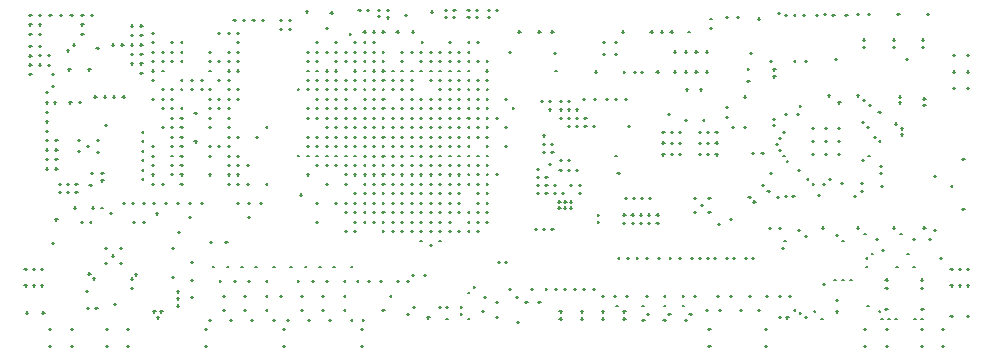
<source format=gbr>
G04 Layer_Color=128*
%FSLAX24Y24*%
%MOIN*%
%TF.FileFunction,Drillmap*%
%TF.Part,Single*%
G01*
G75*
%TA.AperFunction,NonConductor*%
%ADD90C,0.0050*%
D90*
X25561Y2047D02*
X25621D01*
X25591Y2017D02*
Y2077D01*
X25876Y2047D02*
X25936D01*
X25906Y2017D02*
Y2077D01*
X25127Y2047D02*
X25187D01*
X25157Y2017D02*
Y2077D01*
X22883Y3307D02*
X22943D01*
X22913Y3277D02*
Y3337D01*
X22608Y3307D02*
X22668D01*
X22638Y3277D02*
Y3337D01*
X22214Y3307D02*
X22274D01*
X22244Y3277D02*
Y3337D01*
X21899Y3307D02*
X21959D01*
X21929Y3277D02*
Y3337D01*
X21505Y3307D02*
X21565D01*
X21535Y3277D02*
Y3337D01*
X21112Y3307D02*
X21172D01*
X21142Y3277D02*
Y3337D01*
X20797Y3307D02*
X20857D01*
X20827Y3277D02*
Y3337D01*
X20482Y3307D02*
X20542D01*
X20512Y3277D02*
Y3337D01*
X20167Y3307D02*
X20227D01*
X20197Y3277D02*
Y3337D01*
X20994Y1732D02*
X21054D01*
X21024Y1702D02*
Y1762D01*
X17293Y2283D02*
X17353D01*
X17323Y2253D02*
Y2313D01*
X17765Y2283D02*
X17825D01*
X17795Y2253D02*
Y2313D01*
X18080Y2283D02*
X18140D01*
X18110Y2253D02*
Y2313D01*
X18395Y2283D02*
X18455D01*
X18425Y2253D02*
Y2313D01*
X18710Y2283D02*
X18770D01*
X18740Y2253D02*
Y2313D01*
X19025Y2283D02*
X19085D01*
X19055Y2253D02*
Y2313D01*
X19340Y2283D02*
X19400D01*
X19370Y2253D02*
Y2313D01*
X20049Y2047D02*
X20109D01*
X20079Y2017D02*
Y2077D01*
X20127Y1732D02*
X20187D01*
X20157Y1702D02*
Y1762D01*
X20442Y2047D02*
X20502D01*
X20472Y2017D02*
Y2077D01*
X20984Y1260D02*
X21064D01*
X21024Y1220D02*
Y1300D01*
X21112Y2047D02*
X21172D01*
X21142Y2017D02*
Y2077D01*
X21702Y1732D02*
X21762D01*
X21732Y1702D02*
Y1762D01*
X22332Y2047D02*
X22392D01*
X22362Y2017D02*
Y2077D01*
X22332Y1732D02*
X22392D01*
X22362Y1702D02*
Y1762D01*
X21702Y2047D02*
X21762D01*
X21732Y2017D02*
Y2077D01*
X22726Y2047D02*
X22786D01*
X22756Y2017D02*
Y2077D01*
X23474Y2047D02*
X23534D01*
X23504Y2017D02*
Y2077D01*
X23553Y1575D02*
X23613D01*
X23583Y1545D02*
Y1605D01*
X23120Y1575D02*
X23180D01*
X23150Y1545D02*
Y1605D01*
X24261Y1575D02*
X24321D01*
X24291Y1545D02*
Y1605D01*
X24537Y2047D02*
X24597D01*
X24567Y2017D02*
Y2077D01*
X23907Y2047D02*
X23967D01*
X23937Y2017D02*
Y2077D01*
X24852Y1575D02*
X24912D01*
X24882Y1545D02*
Y1605D01*
X16781Y2008D02*
X16841D01*
X16811Y1978D02*
Y2038D01*
X16545Y2283D02*
X16605D01*
X16575Y2253D02*
Y2313D01*
X15718Y2008D02*
X15778D01*
X15748Y1978D02*
Y2038D01*
X16112Y1850D02*
X16172D01*
X16142Y1820D02*
Y1880D01*
X13159Y2559D02*
X13219D01*
X13189Y2529D02*
Y2589D01*
X13316Y2756D02*
X13376D01*
X13346Y2726D02*
Y2786D01*
X12568Y2047D02*
X12628D01*
X12598Y2017D02*
Y2077D01*
X12805Y2559D02*
X12865D01*
X12835Y2529D02*
Y2589D01*
X11466Y2559D02*
X11526D01*
X11496Y2529D02*
Y2589D01*
X11663Y1260D02*
X11723D01*
X11693Y1230D02*
Y1290D01*
X11860Y2559D02*
X11920D01*
X11890Y2529D02*
Y2589D01*
X12253Y2559D02*
X12313D01*
X12283Y2529D02*
Y2589D01*
X11269Y3031D02*
X11329D01*
X11299Y3002D02*
Y3061D01*
X11033Y2047D02*
X11093D01*
X11063Y2017D02*
Y2077D01*
X11033Y2559D02*
X11093D01*
X11063Y2529D02*
Y2589D01*
X10324Y2047D02*
X10384D01*
X10354Y2017D02*
Y2077D01*
X9616Y2047D02*
X9676D01*
X9646Y2017D02*
Y2077D01*
X8907Y2047D02*
X8967D01*
X8937Y2017D02*
Y2077D01*
X8671Y3031D02*
X8731D01*
X8701Y3002D02*
Y3061D01*
X8435Y2559D02*
X8495D01*
X8465Y2529D02*
Y2589D01*
X8435Y2047D02*
X8495D01*
X8465Y2017D02*
Y2077D01*
X7726Y2047D02*
X7786D01*
X7756Y2017D02*
Y2077D01*
X7017Y2047D02*
X7077D01*
X7047Y2017D02*
Y2077D01*
X10442Y2559D02*
X10502D01*
X10472Y2529D02*
Y2589D01*
X9970Y2559D02*
X10030D01*
X10000Y2529D02*
Y2589D01*
X9498Y2559D02*
X9558D01*
X9528Y2529D02*
Y2589D01*
X7844Y2559D02*
X7904D01*
X7874Y2529D02*
Y2589D01*
X7372Y2559D02*
X7432D01*
X7402Y2529D02*
Y2589D01*
X6899Y2559D02*
X6959D01*
X6929Y2529D02*
Y2589D01*
X17952Y10866D02*
X18032D01*
X17992Y10826D02*
Y10906D01*
X30718Y6063D02*
X30778D01*
X30748Y6033D02*
Y6093D01*
X30561Y3937D02*
X30621D01*
X30591Y3907D02*
Y3967D01*
X30915Y3307D02*
X30975D01*
X30945Y3277D02*
Y3337D01*
X23110Y10197D02*
X23190D01*
X23150Y10157D02*
Y10237D01*
X22755Y10197D02*
X22835D01*
X22795Y10157D02*
Y10237D01*
X22401Y10197D02*
X22481D01*
X22441Y10157D02*
Y10237D01*
X22047Y10197D02*
X22127D01*
X22087Y10157D02*
Y10237D01*
X23110Y9528D02*
X23190D01*
X23150Y9488D02*
Y9568D01*
X22755Y9528D02*
X22835D01*
X22795Y9488D02*
Y9568D01*
X22401Y9528D02*
X22481D01*
X22441Y9488D02*
Y9568D01*
X22047Y9528D02*
X22127D01*
X22087Y9488D02*
Y9568D01*
X22913Y8937D02*
X22993D01*
X22953Y8897D02*
Y8977D01*
X22440Y8937D02*
X22520D01*
X22480Y8897D02*
Y8977D01*
X21259Y10866D02*
X21339D01*
X21299Y10826D02*
Y10906D01*
X21614Y10866D02*
X21694D01*
X21654Y10826D02*
Y10906D01*
X22529Y10866D02*
X22589D01*
X22559Y10836D02*
Y10896D01*
X21929Y10866D02*
X22009D01*
X21969Y10826D02*
Y10906D01*
X23001Y7913D02*
X23061D01*
X23031Y7883D02*
Y7943D01*
X21840Y8110D02*
X21900D01*
X21870Y8080D02*
Y8140D01*
X22411Y7913D02*
X22471D01*
X22441Y7883D02*
Y7943D01*
X12017Y10512D02*
X12077D01*
X12047Y10482D02*
Y10542D01*
X11702Y10512D02*
X11762D01*
X11732Y10482D02*
Y10542D01*
X24369Y8701D02*
X24449D01*
X24409Y8661D02*
Y8741D01*
X24369Y7677D02*
X24449D01*
X24409Y7637D02*
Y7717D01*
X23976Y7677D02*
X24056D01*
X24016Y7637D02*
Y7717D01*
X11702Y9882D02*
X11762D01*
X11732Y9852D02*
Y9912D01*
X11387Y9252D02*
X11447D01*
X11417Y9222D02*
Y9282D01*
X23238Y11299D02*
X23298D01*
X23268Y11269D02*
Y11329D01*
X23238Y10984D02*
X23298D01*
X23268Y10954D02*
Y11014D01*
X12332Y10197D02*
X12392D01*
X12362Y10167D02*
Y10227D01*
X11387Y10512D02*
X11447D01*
X11417Y10482D02*
Y10542D01*
X23789Y8031D02*
X23849D01*
X23819Y8001D02*
Y8062D01*
X23789Y8346D02*
X23849D01*
X23819Y8316D02*
Y8376D01*
X23789Y11339D02*
X23849D01*
X23819Y11309D02*
Y11369D01*
X24143Y11339D02*
X24203D01*
X24173Y11309D02*
Y11369D01*
X20314Y10866D02*
X20394D01*
X20354Y10826D02*
Y10906D01*
X29763Y9961D02*
X29843D01*
X29803Y9921D02*
Y10001D01*
X27401Y9961D02*
X27481D01*
X27441Y9921D02*
Y10001D01*
X26033Y9882D02*
X26093D01*
X26063Y9852D02*
Y9912D01*
X26427Y9882D02*
X26487D01*
X26457Y9852D02*
Y9912D01*
X27165Y8740D02*
X27245D01*
X27205Y8700D02*
Y8780D01*
X26427Y4055D02*
X26487D01*
X26457Y4025D02*
Y4085D01*
X26190Y4252D02*
X26250D01*
X26220Y4222D02*
Y4282D01*
X30354Y4331D02*
X30434D01*
X30394Y4291D02*
Y4371D01*
X29330Y4331D02*
X29410D01*
X29370Y4291D02*
Y4371D01*
X28149Y4331D02*
X28229D01*
X28189Y4291D02*
Y4371D01*
X26968Y4331D02*
X27048D01*
X27008Y4291D02*
Y4371D01*
X30708Y4252D02*
X30788D01*
X30748Y4212D02*
Y4292D01*
X27647Y3898D02*
X27707D01*
X27677Y3868D02*
Y3928D01*
X27450Y4094D02*
X27510D01*
X27480Y4064D02*
Y4124D01*
X29576Y4134D02*
X29636D01*
X29606Y4104D02*
Y4164D01*
X28789Y3937D02*
X28849D01*
X28819Y3907D02*
Y3967D01*
X28395Y4134D02*
X28455D01*
X28425Y4104D02*
Y4164D01*
X30009Y3937D02*
X30069D01*
X30039Y3907D02*
Y3967D01*
X26830Y5413D02*
X26910D01*
X26870Y5373D02*
Y5453D01*
X28031Y5394D02*
X28111D01*
X28071Y5354D02*
Y5434D01*
X25747Y5394D02*
X25827D01*
X25787Y5354D02*
Y5434D01*
X25984Y5394D02*
X26064D01*
X26024Y5354D02*
Y5434D01*
X25561Y4331D02*
X25621D01*
X25591Y4301D02*
Y4361D01*
X15167Y2165D02*
X15227D01*
X15197Y2135D02*
Y2195D01*
X11387Y4213D02*
X11447D01*
X11417Y4183D02*
Y4243D01*
X19645Y1535D02*
X19725D01*
X19685Y1495D02*
Y1575D01*
X20354Y1299D02*
X20434D01*
X20394Y1259D02*
Y1339D01*
X19645Y1299D02*
X19725D01*
X19685Y1259D02*
Y1339D01*
X18936Y1299D02*
X19016D01*
X18976Y1259D02*
Y1339D01*
X18228Y1299D02*
X18308D01*
X18268Y1259D02*
Y1339D01*
X16810Y1181D02*
X16890D01*
X16850Y1141D02*
Y1221D01*
X11523Y11575D02*
X11603D01*
X11563Y11535D02*
Y11615D01*
X24842Y11299D02*
X24922D01*
X24882Y11259D02*
Y11339D01*
X30989Y394D02*
X31059D01*
X31024Y359D02*
Y429D01*
X30280Y394D02*
X30350D01*
X30315Y359D02*
Y429D01*
X29099Y394D02*
X29169D01*
X29134Y359D02*
Y429D01*
X28390Y394D02*
X28460D01*
X28425Y359D02*
Y429D01*
X25083Y394D02*
X25153D01*
X25118Y359D02*
Y429D01*
X23193Y394D02*
X23263D01*
X23228Y359D02*
Y429D01*
X1225Y394D02*
X1295D01*
X1260Y359D02*
Y429D01*
X1934Y394D02*
X2004D01*
X1969Y359D02*
Y429D01*
X3115Y394D02*
X3185D01*
X3150Y359D02*
Y429D01*
X3823Y394D02*
X3893D01*
X3858Y359D02*
Y429D01*
X6422Y394D02*
X6492D01*
X6457Y359D02*
Y429D01*
X9020Y394D02*
X9090D01*
X9055Y359D02*
Y429D01*
X11619Y394D02*
X11689D01*
X11654Y359D02*
Y429D01*
X16107Y11575D02*
X16177D01*
X16142Y11540D02*
Y11610D01*
X15162Y11575D02*
X15232D01*
X15197Y11540D02*
Y11610D01*
X15437Y11575D02*
X15507D01*
X15472Y11540D02*
Y11610D01*
X15437Y11339D02*
X15507D01*
X15472Y11304D02*
Y11374D01*
X15162Y11339D02*
X15232D01*
X15197Y11304D02*
Y11374D01*
X14409Y11575D02*
X14489D01*
X14449Y11535D02*
Y11615D01*
X14684Y11575D02*
X14764D01*
X14724Y11535D02*
Y11615D01*
X14689Y11339D02*
X14759D01*
X14724Y11304D02*
Y11374D01*
X14414Y11339D02*
X14484D01*
X14449Y11304D02*
Y11374D01*
X11810Y11575D02*
X11890D01*
X11850Y11535D02*
Y11615D01*
X12480Y11575D02*
X12560D01*
X12520Y11535D02*
Y11615D01*
X12480Y11339D02*
X12560D01*
X12520Y11299D02*
Y11379D01*
X15831Y11575D02*
X15901D01*
X15866Y11540D02*
Y11610D01*
X15831Y11339D02*
X15901D01*
X15866Y11304D02*
Y11374D01*
X9808Y6102D02*
X9878D01*
X9843Y6067D02*
Y6137D01*
X25162Y5551D02*
X25232D01*
X25197Y5516D02*
Y5586D01*
X24965Y5748D02*
X25035D01*
X25000Y5713D02*
Y5783D01*
X28154Y11457D02*
X28224D01*
X28189Y11422D02*
Y11492D01*
X27052Y11457D02*
X27122D01*
X27087Y11422D02*
Y11492D01*
X25516Y11496D02*
X25586D01*
X25551Y11461D02*
Y11531D01*
X5871Y5157D02*
X5941D01*
X5906Y5122D02*
Y5192D01*
X5477Y5157D02*
X5547D01*
X5512Y5122D02*
Y5192D01*
X5083Y5157D02*
X5153D01*
X5118Y5122D02*
Y5192D01*
X4689Y5157D02*
X4759D01*
X4724Y5122D02*
Y5192D01*
X8233Y5157D02*
X8303D01*
X8268Y5122D02*
Y5192D01*
X7839Y5157D02*
X7909D01*
X7874Y5122D02*
Y5192D01*
X7485Y5157D02*
X7555D01*
X7520Y5122D02*
Y5192D01*
X26658Y7638D02*
X26728D01*
X26693Y7603D02*
Y7673D01*
X26658Y7205D02*
X26728D01*
X26693Y7170D02*
Y7240D01*
X26658Y6772D02*
X26728D01*
X26693Y6737D02*
Y6807D01*
X27091Y6772D02*
X27161D01*
X27126Y6737D02*
Y6807D01*
X27091Y7638D02*
X27161D01*
X27126Y7603D02*
Y7673D01*
X27524Y7638D02*
X27594D01*
X27559Y7603D02*
Y7673D01*
X27524Y7205D02*
X27594D01*
X27559Y7170D02*
Y7240D01*
X27524Y6772D02*
X27594D01*
X27559Y6737D02*
Y6807D01*
X27091Y7205D02*
X27161D01*
X27126Y7170D02*
Y7240D01*
X22957Y5079D02*
X23027D01*
X22992Y5044D02*
Y5114D01*
X22721Y5315D02*
X22791D01*
X22756Y5280D02*
Y5350D01*
X22721Y4843D02*
X22791D01*
X22756Y4808D02*
Y4878D01*
X23193Y4843D02*
X23263D01*
X23228Y4808D02*
Y4878D01*
X23193Y5315D02*
X23263D01*
X23228Y5280D02*
Y5350D01*
X2170Y6890D02*
X2240D01*
X2205Y6855D02*
Y6925D01*
X2170Y7244D02*
X2240D01*
X2205Y7209D02*
Y7279D01*
X2800Y6850D02*
X2870D01*
X2835Y6815D02*
Y6885D01*
X2800Y7244D02*
X2870D01*
X2835Y7209D02*
Y7279D01*
X2485Y7047D02*
X2555D01*
X2520Y7012D02*
Y7082D01*
X5949Y2008D02*
X6019D01*
X5984Y1973D02*
Y2043D01*
X5949Y2598D02*
X6019D01*
X5984Y2563D02*
Y2633D01*
X5949Y3189D02*
X6019D01*
X5984Y3154D02*
Y3224D01*
X5949Y9252D02*
X6019D01*
X5984Y9217D02*
Y9287D01*
X6264Y9252D02*
X6334D01*
X6299Y9217D02*
Y9287D01*
X24498Y9606D02*
X24558D01*
X24528Y9576D02*
Y9636D01*
X23513Y4449D02*
X23573D01*
X23543Y4419D02*
Y4479D01*
X29330Y10600D02*
X29410D01*
X29370Y10560D02*
Y10640D01*
X29547Y8701D02*
X29627D01*
X29587Y8661D02*
Y8741D01*
X29606Y7441D02*
X29686D01*
X29646Y7401D02*
Y7481D01*
X30354Y8628D02*
X30434D01*
X30394Y8588D02*
Y8668D01*
X16190Y3189D02*
X16250D01*
X16220Y3159D02*
Y3219D01*
X16427Y3189D02*
X16487D01*
X16457Y3159D02*
Y3219D01*
X14931Y1457D02*
X14991D01*
X14961Y1427D02*
Y1487D01*
X27923Y2598D02*
X27983D01*
X27953Y2568D02*
Y2628D01*
X27372Y2598D02*
X27432D01*
X27402Y2568D02*
Y2628D01*
X27647Y2598D02*
X27707D01*
X27677Y2568D02*
Y2628D01*
X17677Y4291D02*
X17757D01*
X17717Y4251D02*
Y4331D01*
X17401Y4291D02*
X17481D01*
X17441Y4251D02*
Y4331D01*
X23789Y3307D02*
X23849D01*
X23819Y3277D02*
Y3337D01*
X23395Y3307D02*
X23455D01*
X23425Y3277D02*
Y3337D01*
X23159Y3307D02*
X23219D01*
X23189Y3277D02*
Y3337D01*
X24419Y3307D02*
X24479D01*
X24449Y3277D02*
Y3337D01*
X24025Y3307D02*
X24085D01*
X24055Y3277D02*
Y3337D01*
X24655Y3307D02*
X24715D01*
X24685Y3277D02*
Y3337D01*
X21185Y4488D02*
X21255D01*
X21220Y4453D02*
Y4523D01*
X20910Y4488D02*
X20980D01*
X20945Y4453D02*
Y4523D01*
X20634Y4488D02*
X20704D01*
X20669Y4453D02*
Y4523D01*
X20359Y4488D02*
X20429D01*
X20394Y4453D02*
Y4523D01*
X9813Y9882D02*
X9873D01*
X9843Y9852D02*
Y9912D01*
X2558Y5748D02*
X2638D01*
X2598Y5708D02*
Y5788D01*
X2086Y5512D02*
X2166D01*
X2126Y5472D02*
Y5552D01*
X2086Y5787D02*
X2166D01*
X2126Y5747D02*
Y5827D01*
X1535Y5787D02*
X1615D01*
X1575Y5747D02*
Y5827D01*
X1535Y5512D02*
X1615D01*
X1575Y5472D02*
Y5552D01*
X1810Y5512D02*
X1890D01*
X1850Y5472D02*
Y5552D01*
X31338Y9528D02*
X31418D01*
X31378Y9488D02*
Y9568D01*
X31338Y8976D02*
X31418D01*
X31378Y8936D02*
Y9016D01*
X31338Y10079D02*
X31418D01*
X31378Y10039D02*
Y10119D01*
X31810Y9528D02*
X31890D01*
X31850Y9488D02*
Y9568D01*
X31810Y8976D02*
X31890D01*
X31850Y8936D02*
Y9016D01*
X31810Y10079D02*
X31890D01*
X31850Y10039D02*
Y10119D01*
X31810Y2953D02*
X31890D01*
X31850Y2913D02*
Y2993D01*
X31810Y1378D02*
X31890D01*
X31850Y1338D02*
Y1418D01*
X31810Y2402D02*
X31890D01*
X31850Y2362D02*
Y2442D01*
X31535Y2402D02*
X31615D01*
X31575Y2362D02*
Y2442D01*
X31259Y2953D02*
X31339D01*
X31299Y2913D02*
Y2993D01*
X31535Y2953D02*
X31615D01*
X31575Y2913D02*
Y2993D01*
X31259Y1378D02*
X31339D01*
X31299Y1338D02*
Y1418D01*
X31259Y2402D02*
X31339D01*
X31299Y2362D02*
Y2442D01*
X393Y2402D02*
X473D01*
X433Y2362D02*
Y2442D01*
X393Y2953D02*
X473D01*
X433Y2913D02*
Y2993D01*
X434Y1500D02*
X514D01*
X474Y1460D02*
Y1540D01*
X944Y2953D02*
X1024D01*
X984Y2913D02*
Y2993D01*
X669Y2402D02*
X749D01*
X709Y2362D02*
Y2442D01*
X944Y2402D02*
X1024D01*
X984Y2362D02*
Y2442D01*
X669Y2953D02*
X749D01*
X709Y2913D02*
Y2993D01*
X986Y1500D02*
X1066D01*
X1026Y1460D02*
Y1540D01*
X11697Y6102D02*
X11767D01*
X11732Y6067D02*
Y6137D01*
X11702Y5787D02*
X11762D01*
X11732Y5757D02*
Y5817D01*
X11382Y6102D02*
X11452D01*
X11417Y6067D02*
Y6137D01*
X11067Y8628D02*
X11137D01*
X11102Y8593D02*
Y8663D01*
X20157Y6142D02*
X20237D01*
X20197Y6102D02*
Y6182D01*
X18779Y6260D02*
X18859D01*
X18819Y6220D02*
Y6300D01*
X18503Y6260D02*
X18583D01*
X18543Y6220D02*
Y6300D01*
X18228Y6260D02*
X18308D01*
X18268Y6220D02*
Y6300D01*
X18508Y6575D02*
X18578D01*
X18543Y6540D02*
Y6610D01*
X17682Y7402D02*
X17752D01*
X17717Y7367D02*
Y7437D01*
X17957Y7126D02*
X18027D01*
X17992Y7091D02*
Y7161D01*
X17682Y7126D02*
X17752D01*
X17717Y7091D02*
Y7161D01*
X17677Y6850D02*
X17757D01*
X17717Y6810D02*
Y6890D01*
X17952Y6850D02*
X18032D01*
X17992Y6810D02*
Y6890D01*
X18233Y6575D02*
X18303D01*
X18268Y6540D02*
Y6610D01*
X17873Y8268D02*
X17953D01*
X17913Y8228D02*
Y8308D01*
X17873Y8543D02*
X17953D01*
X17913Y8503D02*
Y8583D01*
X17603Y8543D02*
X17673D01*
X17638Y8508D02*
Y8578D01*
X17878Y6457D02*
X17948D01*
X17913Y6422D02*
Y6492D01*
X18587Y5000D02*
X18657D01*
X18622Y4965D02*
Y5035D01*
X18390Y5000D02*
X18460D01*
X18425Y4965D02*
Y5035D01*
X18193Y5000D02*
X18263D01*
X18228Y4965D02*
Y5035D01*
X18582Y5197D02*
X18662D01*
X18622Y5157D02*
Y5237D01*
X18385Y5197D02*
X18465D01*
X18425Y5157D02*
Y5237D01*
X18188Y5197D02*
X18268D01*
X18228Y5157D02*
Y5237D01*
X18863Y5472D02*
X18933D01*
X18898Y5437D02*
Y5507D01*
X18863Y5748D02*
X18933D01*
X18898Y5713D02*
Y5783D01*
X18587Y5748D02*
X18657D01*
X18622Y5713D02*
Y5783D01*
X19498Y4764D02*
X19558D01*
X19528Y4734D02*
Y4794D01*
X19498Y4528D02*
X19558D01*
X19528Y4498D02*
Y4558D01*
X18311Y5472D02*
X18381D01*
X18346Y5437D02*
Y5507D01*
X18036Y5748D02*
X18106D01*
X18071Y5713D02*
Y5783D01*
X18036Y5472D02*
X18106D01*
X18071Y5437D02*
Y5507D01*
X17760Y5472D02*
X17830D01*
X17795Y5437D02*
Y5507D01*
X17760Y5748D02*
X17830D01*
X17795Y5713D02*
Y5783D01*
X17760Y6024D02*
X17830D01*
X17795Y5989D02*
Y6059D01*
X17485Y5472D02*
X17555D01*
X17520Y5437D02*
Y5507D01*
X17485Y5748D02*
X17555D01*
X17520Y5713D02*
Y5783D01*
X17485Y6024D02*
X17555D01*
X17520Y5989D02*
Y6059D01*
X17485Y6299D02*
X17555D01*
X17520Y6264D02*
Y6334D01*
X23425Y7165D02*
X23505D01*
X23465Y7125D02*
Y7205D01*
X23425Y6772D02*
X23505D01*
X23465Y6732D02*
Y6812D01*
X23154Y6772D02*
X23224D01*
X23189Y6737D02*
Y6807D01*
X22878Y6772D02*
X22948D01*
X22913Y6737D02*
Y6807D01*
X22878Y7520D02*
X22948D01*
X22913Y7485D02*
Y7555D01*
X23154Y7520D02*
X23224D01*
X23189Y7485D02*
Y7555D01*
X23425Y7520D02*
X23505D01*
X23465Y7480D02*
Y7560D01*
X23154Y7165D02*
X23224D01*
X23189Y7130D02*
Y7200D01*
X22878Y7165D02*
X22948D01*
X22913Y7130D02*
Y7200D01*
X22209Y7520D02*
X22279D01*
X22244Y7485D02*
Y7555D01*
X21934Y7520D02*
X22004D01*
X21969Y7485D02*
Y7555D01*
X21653Y7520D02*
X21733D01*
X21693Y7480D02*
Y7560D01*
X21653Y7165D02*
X21733D01*
X21693Y7125D02*
Y7205D01*
X21934Y6772D02*
X22004D01*
X21969Y6737D02*
Y6807D01*
X21653Y6772D02*
X21733D01*
X21693Y6732D02*
Y6812D01*
X22209Y7165D02*
X22279D01*
X22244Y7130D02*
Y7200D01*
X21934Y7165D02*
X22004D01*
X21969Y7130D02*
Y7200D01*
X22209Y6772D02*
X22279D01*
X22244Y6737D02*
Y6807D01*
X11072Y9252D02*
X11132D01*
X11102Y9222D02*
Y9282D01*
X24566Y10157D02*
X24646D01*
X24606Y10117D02*
Y10197D01*
X16850Y10866D02*
X16930D01*
X16890Y10826D02*
Y10906D01*
X26033Y11417D02*
X26093D01*
X26063Y11387D02*
Y11447D01*
X1417Y7244D02*
X1497D01*
X1457Y7204D02*
Y7284D01*
X1417Y6929D02*
X1497D01*
X1457Y6889D02*
Y6969D01*
X1417Y6614D02*
X1497D01*
X1457Y6574D02*
Y6654D01*
X1417Y6299D02*
X1497D01*
X1457Y6259D02*
Y6339D01*
X1102Y6299D02*
X1182D01*
X1142Y6259D02*
Y6339D01*
X1102Y6614D02*
X1182D01*
X1142Y6574D02*
Y6654D01*
X1102Y6929D02*
X1182D01*
X1142Y6889D02*
Y6969D01*
X1102Y7244D02*
X1182D01*
X1142Y7204D02*
Y7284D01*
X1102Y7559D02*
X1182D01*
X1142Y7519D02*
Y7599D01*
X1102Y7874D02*
X1182D01*
X1142Y7834D02*
Y7914D01*
X1102Y8189D02*
X1182D01*
X1142Y8149D02*
Y8229D01*
X1102Y8504D02*
X1182D01*
X1142Y8464D02*
Y8544D01*
X3346Y8701D02*
X3426D01*
X3386Y8661D02*
Y8741D01*
X3031Y8701D02*
X3111D01*
X3071Y8661D02*
Y8741D01*
X1377Y8504D02*
X1457D01*
X1417Y8464D02*
Y8544D01*
X2445Y2205D02*
X2515D01*
X2480Y2170D02*
Y2240D01*
X1185Y9764D02*
X1255D01*
X1220Y9729D02*
Y9799D01*
X1185Y10079D02*
X1255D01*
X1220Y10044D02*
Y10114D01*
X551Y10787D02*
X631D01*
X591Y10747D02*
Y10827D01*
X551Y11102D02*
X631D01*
X591Y11062D02*
Y11142D01*
X551Y11417D02*
X631D01*
X591Y11377D02*
Y11457D01*
X551Y9449D02*
X631D01*
X591Y9409D02*
Y9489D01*
X551Y9764D02*
X631D01*
X591Y9724D02*
Y9804D01*
X551Y10065D02*
X631D01*
X591Y10025D02*
Y10105D01*
X551Y10394D02*
X631D01*
X591Y10354D02*
Y10434D01*
X2007Y10433D02*
X2087D01*
X2047Y10393D02*
Y10473D01*
X1815Y10236D02*
X1885D01*
X1850Y10201D02*
Y10271D01*
X1220Y11417D02*
X1300D01*
X1260Y11377D02*
Y11457D01*
X1574Y11417D02*
X1654D01*
X1614Y11377D02*
Y11457D01*
X1928Y11417D02*
X2008D01*
X1969Y11377D02*
Y11457D01*
X2598Y11417D02*
X2678D01*
X2638Y11377D02*
Y11457D01*
X2283Y11417D02*
X2363D01*
X2323Y11377D02*
Y11457D01*
X2283Y11102D02*
X2363D01*
X2323Y11062D02*
Y11142D01*
X2283Y10787D02*
X2363D01*
X2323Y10747D02*
Y10827D01*
X866Y11417D02*
X946D01*
X906Y11377D02*
Y11457D01*
X866Y11102D02*
X946D01*
X906Y11062D02*
Y11142D01*
X866Y10787D02*
X946D01*
X906Y10747D02*
Y10827D01*
X4251Y9488D02*
X4331D01*
X4291Y9448D02*
Y9528D01*
X3936Y11063D02*
X4016D01*
X3976Y11023D02*
Y11103D01*
X8902Y10945D02*
X8972D01*
X8937Y10910D02*
Y10980D01*
X9217Y10945D02*
X9287D01*
X9252Y10910D02*
Y10980D01*
X9212Y11260D02*
X9292D01*
X9252Y11220D02*
Y11300D01*
X12170Y11378D02*
X12240D01*
X12205Y11343D02*
Y11413D01*
X21225Y5315D02*
X21295D01*
X21260Y5280D02*
Y5350D01*
X20398Y5315D02*
X20468D01*
X20433Y5280D02*
Y5350D01*
X20674Y5315D02*
X20744D01*
X20709Y5280D02*
Y5350D01*
X20949Y5315D02*
X21019D01*
X20984Y5280D02*
Y5350D01*
X21456Y4488D02*
X21536D01*
X21496Y4448D02*
Y4528D01*
X21456Y4764D02*
X21536D01*
X21496Y4724D02*
Y4804D01*
X21180Y4764D02*
X21260D01*
X21220Y4724D02*
Y4804D01*
X19379Y8622D02*
X19439D01*
X19409Y8592D02*
Y8652D01*
X19773Y8622D02*
X19833D01*
X19803Y8592D02*
Y8652D01*
X20088Y8622D02*
X20148D01*
X20118Y8592D02*
Y8652D01*
X20403Y8622D02*
X20463D01*
X20433Y8592D02*
Y8652D01*
X19025Y8622D02*
X19085D01*
X19055Y8592D02*
Y8652D01*
X20354Y1535D02*
X20434D01*
X20394Y1495D02*
Y1575D01*
X18936Y1535D02*
X19016D01*
X18976Y1495D02*
Y1575D01*
X18228Y1535D02*
X18308D01*
X18268Y1495D02*
Y1575D01*
X19645Y2047D02*
X19725D01*
X19685Y2007D02*
Y2087D01*
X17519Y1850D02*
X17599D01*
X17559Y1810D02*
Y1890D01*
X17086Y1850D02*
X17166D01*
X17126Y1810D02*
Y1890D01*
X25639Y3661D02*
X25699D01*
X25669Y3631D02*
Y3691D01*
X28631Y3465D02*
X28691D01*
X28661Y3435D02*
Y3495D01*
X15477Y7362D02*
X15547D01*
X15512Y7327D02*
Y7397D01*
X16427Y8622D02*
X16487D01*
X16457Y8592D02*
Y8652D01*
X15482Y8937D02*
X15542D01*
X15512Y8907D02*
Y8967D01*
X15797Y8937D02*
X15857D01*
X15827Y8907D02*
Y8967D01*
X14537Y8307D02*
X14597D01*
X14567Y8277D02*
Y8337D01*
X14852Y7992D02*
X14912D01*
X14882Y7962D02*
Y8022D01*
X14537Y7992D02*
X14597D01*
X14567Y7962D02*
Y8022D01*
X14852Y8307D02*
X14912D01*
X14882Y8277D02*
Y8337D01*
X14852Y7677D02*
X14912D01*
X14882Y7647D02*
Y7707D01*
X15167Y8307D02*
X15227D01*
X15197Y8277D02*
Y8337D01*
X15482Y8307D02*
X15542D01*
X15512Y8277D02*
Y8337D01*
X15797Y8307D02*
X15857D01*
X15827Y8277D02*
Y8337D01*
X15167Y7677D02*
X15227D01*
X15197Y7647D02*
Y7707D01*
X16427Y7677D02*
X16487D01*
X16457Y7647D02*
Y7707D01*
X16112Y7992D02*
X16172D01*
X16142Y7962D02*
Y8022D01*
X16427Y7047D02*
X16487D01*
X16457Y7017D02*
Y7077D01*
X14222Y7992D02*
X14282D01*
X14252Y7962D02*
Y8022D01*
X15797Y7677D02*
X15857D01*
X15827Y7647D02*
Y7707D01*
X15797Y7992D02*
X15857D01*
X15827Y7962D02*
Y8022D01*
X15482Y7677D02*
X15542D01*
X15512Y7647D02*
Y7707D01*
X13907Y8622D02*
X13967D01*
X13937Y8592D02*
Y8652D01*
X14537Y7677D02*
X14597D01*
X14567Y7647D02*
Y7707D01*
X15167Y7362D02*
X15227D01*
X15197Y7332D02*
Y7392D01*
X13907Y7992D02*
X13967D01*
X13937Y7962D02*
Y8022D01*
X14222Y7677D02*
X14282D01*
X14252Y7647D02*
Y7707D01*
X15797Y7047D02*
X15857D01*
X15827Y7017D02*
Y7077D01*
X14852Y7362D02*
X14912D01*
X14882Y7332D02*
Y7392D01*
X14852Y7047D02*
X14912D01*
X14882Y7017D02*
Y7077D01*
X23193Y945D02*
X23263D01*
X23228Y910D02*
Y980D01*
X25083Y945D02*
X25153D01*
X25118Y910D02*
Y980D01*
X27017Y2441D02*
X27077D01*
X27047Y2411D02*
Y2471D01*
X15797Y8622D02*
X15857D01*
X15827Y8592D02*
Y8652D01*
X14852Y8622D02*
X14912D01*
X14882Y8592D02*
Y8652D01*
X15167Y8622D02*
X15227D01*
X15197Y8592D02*
Y8652D01*
X14537Y8622D02*
X14597D01*
X14567Y8592D02*
Y8652D01*
X15167Y9252D02*
X15227D01*
X15197Y9222D02*
Y9282D01*
X15482Y9252D02*
X15542D01*
X15512Y9222D02*
Y9282D01*
X15482Y8622D02*
X15542D01*
X15512Y8592D02*
Y8652D01*
X26427Y1339D02*
X26487D01*
X26457Y1309D02*
Y1369D01*
X26702Y1535D02*
X26762D01*
X26732Y1505D02*
Y1565D01*
X26939Y1299D02*
X26999D01*
X26969Y1269D02*
Y1329D01*
X25787Y1339D02*
X25867D01*
X25827Y1299D02*
Y1379D01*
X27440Y1535D02*
X27520D01*
X27480Y1495D02*
Y1575D01*
X28435Y3031D02*
X28495D01*
X28465Y3002D02*
Y3061D01*
X28435Y3307D02*
X28495D01*
X28465Y3277D02*
Y3337D01*
X28474Y1732D02*
X28534D01*
X28504Y1702D02*
Y1762D01*
X31269Y5709D02*
X31329D01*
X31299Y5679D02*
Y5739D01*
X11702Y9567D02*
X11762D01*
X11732Y9537D02*
Y9597D01*
X12017Y8937D02*
X12077D01*
X12047Y8907D02*
Y8967D01*
X12647Y9567D02*
X12707D01*
X12677Y9537D02*
Y9597D01*
X12647Y9252D02*
X12707D01*
X12677Y9222D02*
Y9282D01*
X29813Y3465D02*
X29873D01*
X29843Y3435D02*
Y3495D01*
X29458Y3031D02*
X29518D01*
X29488Y3002D02*
Y3061D01*
X28986Y3583D02*
X29046D01*
X29016Y3553D02*
Y3613D01*
X13907Y9567D02*
X13967D01*
X13937Y9537D02*
Y9597D01*
X13907Y10197D02*
X13967D01*
X13937Y10167D02*
Y10227D01*
X14222Y10197D02*
X14282D01*
X14252Y10167D02*
Y10227D01*
X14537Y10512D02*
X14597D01*
X14567Y10482D02*
Y10542D01*
X25472Y5354D02*
X25552D01*
X25512Y5314D02*
Y5394D01*
X25747Y11417D02*
X25827D01*
X25787Y11377D02*
Y11457D01*
X26338Y11417D02*
X26418D01*
X26378Y11377D02*
Y11457D01*
X27322Y11417D02*
X27402D01*
X27362Y11377D02*
Y11457D01*
X30314Y10600D02*
X30394D01*
X30354Y10560D02*
Y10640D01*
X30009Y3031D02*
X30069D01*
X30039Y3002D02*
Y3061D01*
X20718Y9528D02*
X20778D01*
X20748Y9498D02*
Y9558D01*
X19409Y9528D02*
X19489D01*
X19449Y9488D02*
Y9568D01*
X15167Y9882D02*
X15227D01*
X15197Y9852D02*
Y9912D01*
X15167Y9567D02*
X15227D01*
X15197Y9537D02*
Y9597D01*
X14537Y10197D02*
X14597D01*
X14567Y10167D02*
Y10227D01*
X13592Y9882D02*
X13652D01*
X13622Y9852D02*
Y9912D01*
X13592Y10197D02*
X13652D01*
X13622Y10167D02*
Y10227D01*
X14222Y9567D02*
X14282D01*
X14252Y9537D02*
Y9597D01*
X14852Y8937D02*
X14912D01*
X14882Y8907D02*
Y8967D01*
X15167Y8937D02*
X15227D01*
X15197Y8907D02*
Y8967D01*
X15797Y9882D02*
X15857D01*
X15827Y9852D02*
Y9912D01*
X18080Y9567D02*
X18140D01*
X18110Y9537D02*
Y9597D01*
X25354Y9606D02*
X25434D01*
X25394Y9566D02*
Y9646D01*
X25354Y9370D02*
X25434D01*
X25394Y9330D02*
Y9410D01*
X29409Y7795D02*
X29489D01*
X29449Y7755D02*
Y7835D01*
X14852Y9567D02*
X14912D01*
X14882Y9537D02*
Y9597D01*
X20364Y9528D02*
X20424D01*
X20394Y9498D02*
Y9558D01*
X14537Y9567D02*
X14597D01*
X14567Y9537D02*
Y9597D01*
X13907Y9882D02*
X13967D01*
X13937Y9852D02*
Y9912D01*
X13070Y11417D02*
X13150D01*
X13110Y11377D02*
Y11457D01*
X12017Y9882D02*
X12077D01*
X12047Y9852D02*
Y9912D01*
X13710Y2756D02*
X13770D01*
X13740Y2726D02*
Y2786D01*
X14458Y1693D02*
X14518D01*
X14488Y1663D02*
Y1723D01*
X14458Y1299D02*
X14518D01*
X14488Y1269D02*
Y1329D01*
X13818Y1339D02*
X13898D01*
X13858Y1299D02*
Y1379D01*
X13149Y1457D02*
X13229D01*
X13189Y1417D02*
Y1497D01*
X14222Y1693D02*
X14282D01*
X14252Y1663D02*
Y1723D01*
X13356Y1693D02*
X13416D01*
X13386Y1663D02*
Y1723D01*
X15797Y5157D02*
X15857D01*
X15827Y5127D02*
Y5187D01*
X15482Y5157D02*
X15542D01*
X15512Y5127D02*
Y5187D01*
X15797Y6102D02*
X15857D01*
X15827Y6072D02*
Y6132D01*
X15797Y6417D02*
X15857D01*
X15827Y6387D02*
Y6447D01*
X15482Y6102D02*
X15542D01*
X15512Y6072D02*
Y6132D01*
X15167Y6417D02*
X15227D01*
X15197Y6387D02*
Y6447D01*
X14537Y5157D02*
X14597D01*
X14567Y5127D02*
Y5187D01*
X12322Y1575D02*
X12402D01*
X12362Y1535D02*
Y1615D01*
X15482Y4213D02*
X15542D01*
X15512Y4183D02*
Y4243D01*
X15167Y4213D02*
X15227D01*
X15197Y4183D02*
Y4243D01*
X15482Y4843D02*
X15542D01*
X15512Y4813D02*
Y4873D01*
X15482Y4528D02*
X15542D01*
X15512Y4498D02*
Y4558D01*
X15167Y4528D02*
X15227D01*
X15197Y4498D02*
Y4558D01*
X15167Y4843D02*
X15227D01*
X15197Y4813D02*
Y4873D01*
X14537Y4528D02*
X14597D01*
X14567Y4498D02*
Y4558D01*
X14537Y4843D02*
X14597D01*
X14567Y4813D02*
Y4873D01*
X14852Y5787D02*
X14912D01*
X14882Y5757D02*
Y5817D01*
X14222Y4843D02*
X14282D01*
X14252Y4813D02*
Y4873D01*
X14222Y4528D02*
X14282D01*
X14252Y4498D02*
Y4558D01*
X13907Y3740D02*
X13967D01*
X13937Y3710D02*
Y3770D01*
X13592Y5157D02*
X13652D01*
X13622Y5127D02*
Y5187D01*
X13592Y3898D02*
X13652D01*
X13622Y3868D02*
Y3928D01*
X13592Y4213D02*
X13652D01*
X13622Y4183D02*
Y4243D01*
X12962Y4843D02*
X13022D01*
X12992Y4813D02*
Y4873D01*
X12962Y5157D02*
X13022D01*
X12992Y5127D02*
Y5187D01*
X12962Y4213D02*
X13022D01*
X12992Y4183D02*
Y4243D01*
X13277Y4528D02*
X13337D01*
X13307Y4498D02*
Y4558D01*
X12962Y4528D02*
X13022D01*
X12992Y4498D02*
Y4558D01*
X12332Y4528D02*
X12392D01*
X12362Y4498D02*
Y4558D01*
X12017Y4528D02*
X12077D01*
X12047Y4498D02*
Y4558D01*
X12647Y5472D02*
X12707D01*
X12677Y5442D02*
Y5502D01*
X11387Y4843D02*
X11447D01*
X11417Y4813D02*
Y4873D01*
X11387Y4528D02*
X11447D01*
X11417Y4498D02*
Y4558D01*
X12332Y5157D02*
X12392D01*
X12362Y5127D02*
Y5187D01*
X8080Y3031D02*
X8140D01*
X8110Y3002D02*
Y3061D01*
X7608Y3031D02*
X7668D01*
X7638Y3002D02*
Y3061D01*
X7135Y3031D02*
X7195D01*
X7165Y3002D02*
Y3061D01*
X6663Y3031D02*
X6723D01*
X6693Y3002D02*
Y3061D01*
X14222Y5472D02*
X14282D01*
X14252Y5442D02*
Y5502D01*
X13907Y5787D02*
X13967D01*
X13937Y5757D02*
Y5817D01*
X13907Y4843D02*
X13967D01*
X13937Y4813D02*
Y4873D01*
X13592Y4843D02*
X13652D01*
X13622Y4813D02*
Y4873D01*
X13592Y5472D02*
X13652D01*
X13622Y5442D02*
Y5502D01*
X16545Y10197D02*
X16605D01*
X16575Y10167D02*
Y10227D01*
X25246Y6142D02*
X25306D01*
X25276Y6112D02*
Y6172D01*
X14537Y8937D02*
X14597D01*
X14567Y8907D02*
Y8967D01*
X19694Y10118D02*
X19754D01*
X19724Y10088D02*
Y10148D01*
X20078Y10118D02*
X20158D01*
X20118Y10078D02*
Y10158D01*
X20088Y10512D02*
X20148D01*
X20118Y10482D02*
Y10542D01*
X19694Y10512D02*
X19754D01*
X19724Y10482D02*
Y10542D01*
X14222Y6102D02*
X14282D01*
X14252Y6072D02*
Y6132D01*
X14532Y6102D02*
X14602D01*
X14567Y6067D02*
Y6137D01*
X14847Y6102D02*
X14917D01*
X14882Y6067D02*
Y6137D01*
X13592Y4528D02*
X13652D01*
X13622Y4498D02*
Y4558D01*
X13592Y5787D02*
X13652D01*
X13622Y5757D02*
Y5817D01*
X13277Y5787D02*
X13337D01*
X13307Y5757D02*
Y5817D01*
X12647Y5787D02*
X12707D01*
X12677Y5757D02*
Y5817D01*
X12957Y6102D02*
X13027D01*
X12992Y6067D02*
Y6137D01*
X11387Y5472D02*
X11447D01*
X11417Y5442D02*
Y5502D01*
X11072Y5157D02*
X11132D01*
X11102Y5127D02*
Y5187D01*
X9143Y1260D02*
X9203D01*
X9173Y1230D02*
Y1290D01*
X9852Y1260D02*
X9912D01*
X9882Y1230D02*
Y1290D01*
X9616Y1575D02*
X9676D01*
X9646Y1545D02*
Y1605D01*
X10324Y1575D02*
X10384D01*
X10354Y1545D02*
Y1605D01*
X10561Y1260D02*
X10621D01*
X10591Y1230D02*
Y1290D01*
X11033Y1575D02*
X11093D01*
X11063Y1545D02*
Y1605D01*
X11269Y1260D02*
X11329D01*
X11299Y1230D02*
Y1290D01*
X8671Y1260D02*
X8731D01*
X8701Y1230D02*
Y1290D01*
X8435Y1575D02*
X8495D01*
X8465Y1545D02*
Y1605D01*
X11619Y945D02*
X11689D01*
X11654Y910D02*
Y980D01*
X7962Y1260D02*
X8022D01*
X7992Y1230D02*
Y1290D01*
X7726Y1575D02*
X7786D01*
X7756Y1545D02*
Y1605D01*
X7017Y1575D02*
X7077D01*
X7047Y1545D02*
Y1605D01*
X7253Y1260D02*
X7313D01*
X7283Y1230D02*
Y1290D01*
X6545Y1260D02*
X6605D01*
X6575Y1230D02*
Y1290D01*
X6574Y3858D02*
X6654D01*
X6614Y3818D02*
Y3898D01*
X7086Y3858D02*
X7166D01*
X7126Y3818D02*
Y3898D01*
X10757Y5157D02*
X10817D01*
X10787Y5127D02*
Y5187D01*
X10127Y4528D02*
X10187D01*
X10157Y4498D02*
Y4558D01*
X11072Y4213D02*
X11132D01*
X11102Y4183D02*
Y4243D01*
X11387Y5157D02*
X11447D01*
X11417Y5127D02*
Y5187D01*
X5314Y2677D02*
X5394D01*
X5354Y2637D02*
Y2717D01*
X1299Y3819D02*
X1379D01*
X1339Y3779D02*
Y3859D01*
X2480Y1654D02*
X2560D01*
X2520Y1614D02*
Y1694D01*
X2755Y1654D02*
X2835D01*
X2795Y1614D02*
Y1694D01*
X9020Y945D02*
X9090D01*
X9055Y910D02*
Y980D01*
X6422Y945D02*
X6492D01*
X6457Y910D02*
Y980D01*
X3115Y945D02*
X3185D01*
X3150Y910D02*
Y980D01*
X1934Y945D02*
X2004D01*
X1969Y910D02*
Y980D01*
X1225Y945D02*
X1295D01*
X1260Y910D02*
Y980D01*
X1889Y8504D02*
X1969D01*
X1929Y8464D02*
Y8544D01*
X13277Y6417D02*
X13337D01*
X13307Y6387D02*
Y6447D01*
X15167Y10512D02*
X15227D01*
X15197Y10482D02*
Y10542D01*
X13277Y10197D02*
X13337D01*
X13307Y10167D02*
Y10227D01*
X10127Y5157D02*
X10187D01*
X10157Y5127D02*
Y5187D01*
X1810Y5787D02*
X1890D01*
X1850Y5747D02*
Y5827D01*
X2598Y6142D02*
X2678D01*
X2638Y6102D02*
Y6182D01*
X3075Y7756D02*
X3145D01*
X3110Y7721D02*
Y7791D01*
X5949Y8937D02*
X6019D01*
X5984Y8902D02*
Y8972D01*
X4301Y7520D02*
X4361D01*
X4331Y7490D02*
Y7550D01*
X4301Y7205D02*
X4361D01*
X4331Y7175D02*
Y7235D01*
X4301Y6890D02*
X4361D01*
X4331Y6860D02*
Y6920D01*
X4301Y6575D02*
X4361D01*
X4331Y6545D02*
Y6605D01*
X4301Y6260D02*
X4361D01*
X4331Y6230D02*
Y6290D01*
X4301Y5945D02*
X4361D01*
X4331Y5915D02*
Y5975D01*
X11072Y10197D02*
X11132D01*
X11102Y10167D02*
Y10227D01*
X4965Y5787D02*
X5035D01*
X5000Y5752D02*
Y5822D01*
X9566Y5433D02*
X9646D01*
X9606Y5393D02*
Y5473D01*
X6264Y8937D02*
X6334D01*
X6299Y8902D02*
Y8972D01*
X6545Y9567D02*
X6605D01*
X6575Y9537D02*
Y9597D01*
X5595Y6417D02*
X5665D01*
X5630Y6382D02*
Y6452D01*
X5285Y6732D02*
X5345D01*
X5315Y6702D02*
Y6762D01*
X6540Y7677D02*
X6610D01*
X6575Y7642D02*
Y7712D01*
X5595Y6732D02*
X5665D01*
X5630Y6697D02*
Y6767D01*
X10757Y7362D02*
X10817D01*
X10787Y7332D02*
Y7392D01*
X10757Y7047D02*
X10817D01*
X10787Y7017D02*
Y7077D01*
X10442Y7047D02*
X10502D01*
X10472Y7017D02*
Y7077D01*
X10127Y6417D02*
X10187D01*
X10157Y6387D02*
Y6447D01*
X10757Y7677D02*
X10817D01*
X10787Y7647D02*
Y7707D01*
X11072Y6732D02*
X11132D01*
X11102Y6702D02*
Y6762D01*
X8435Y7677D02*
X8495D01*
X8465Y7647D02*
Y7707D01*
X5285Y6102D02*
X5345D01*
X5315Y6072D02*
Y6132D01*
X10757Y7992D02*
X10817D01*
X10787Y7962D02*
Y8022D01*
X10127Y7362D02*
X10187D01*
X10157Y7332D02*
Y7392D01*
X6540Y6732D02*
X6610D01*
X6575Y6697D02*
Y6767D01*
X6540Y7047D02*
X6610D01*
X6575Y7012D02*
Y7082D01*
X6062Y7205D02*
X6142D01*
X6102Y7165D02*
Y7245D01*
X6855Y7047D02*
X6925D01*
X6890Y7012D02*
Y7082D01*
X9813Y7047D02*
X9873D01*
X9843Y7017D02*
Y7077D01*
X5285Y6417D02*
X5345D01*
X5315Y6387D02*
Y6447D01*
X11072Y7362D02*
X11132D01*
X11102Y7332D02*
Y7392D01*
X5285Y7047D02*
X5345D01*
X5315Y7017D02*
Y7077D01*
X11387Y6417D02*
X11447D01*
X11417Y6387D02*
Y6447D01*
X5595Y7677D02*
X5665D01*
X5630Y7642D02*
Y7712D01*
X8435Y5787D02*
X8495D01*
X8465Y5757D02*
Y5817D01*
X7170Y5787D02*
X7240D01*
X7205Y5752D02*
Y5822D01*
X7170Y6102D02*
X7240D01*
X7205Y6067D02*
Y6137D01*
X5280Y7677D02*
X5350D01*
X5315Y7642D02*
Y7712D01*
X5280Y7992D02*
X5350D01*
X5315Y7957D02*
Y8027D01*
X10442Y5787D02*
X10502D01*
X10472Y5757D02*
Y5817D01*
X11072Y5787D02*
X11132D01*
X11102Y5757D02*
Y5817D01*
X7485Y7362D02*
X7555D01*
X7520Y7327D02*
Y7397D01*
X7170Y7362D02*
X7240D01*
X7205Y7327D02*
Y7397D01*
X10437Y7677D02*
X10507D01*
X10472Y7642D02*
Y7712D01*
X10437Y7362D02*
X10507D01*
X10472Y7327D02*
Y7397D01*
X9813Y6732D02*
X9873D01*
X9843Y6702D02*
Y6762D01*
X10127Y6732D02*
X10187D01*
X10157Y6702D02*
Y6762D01*
X6540Y7992D02*
X6610D01*
X6575Y7957D02*
Y8027D01*
X6540Y8307D02*
X6610D01*
X6575Y8272D02*
Y8342D01*
X10437Y6417D02*
X10507D01*
X10472Y6382D02*
Y6452D01*
X11382Y9567D02*
X11452D01*
X11417Y9532D02*
Y9602D01*
X11382Y9882D02*
X11452D01*
X11417Y9847D02*
Y9917D01*
X12012Y7362D02*
X12082D01*
X12047Y7327D02*
Y7397D01*
X11697Y7362D02*
X11767D01*
X11732Y7327D02*
Y7397D01*
X12957Y5787D02*
X13027D01*
X12992Y5752D02*
Y5822D01*
X12957Y5472D02*
X13027D01*
X12992Y5437D02*
Y5507D01*
X13277Y5472D02*
X13337D01*
X13307Y5442D02*
Y5502D01*
X12327Y5787D02*
X12397D01*
X12362Y5752D02*
Y5822D01*
X14532Y7047D02*
X14602D01*
X14567Y7012D02*
Y7082D01*
X12957Y6417D02*
X13027D01*
X12992Y6382D02*
Y6452D01*
X13272Y7047D02*
X13342D01*
X13307Y7012D02*
Y7082D01*
X13902Y6102D02*
X13972D01*
X13937Y6067D02*
Y6137D01*
X13902Y6732D02*
X13972D01*
X13937Y6697D02*
Y6767D01*
X13587Y6417D02*
X13657D01*
X13622Y6382D02*
Y6452D01*
X13902Y7362D02*
X13972D01*
X13937Y7327D02*
Y7397D01*
X13587Y7677D02*
X13657D01*
X13622Y7642D02*
Y7712D01*
X4803Y1339D02*
X4883D01*
X4843Y1299D02*
Y1379D01*
X4921Y1535D02*
X5001D01*
X4961Y1495D02*
Y1575D01*
X4684Y1535D02*
X4764D01*
X4724Y1495D02*
Y1575D01*
X5472Y1732D02*
X5552D01*
X5512Y1692D02*
Y1772D01*
X5472Y1969D02*
X5552D01*
X5512Y1928D02*
Y2008D01*
X5472Y2205D02*
X5552D01*
X5512Y2165D02*
Y2245D01*
X2677Y2638D02*
X2757D01*
X2717Y2598D02*
Y2678D01*
X2519Y2795D02*
X2599D01*
X2559Y2755D02*
Y2835D01*
X4078Y2772D02*
X4158D01*
X4118Y2732D02*
Y2812D01*
X3931Y2632D02*
X4011D01*
X3971Y2592D02*
Y2672D01*
X10437Y9567D02*
X10507D01*
X10472Y9532D02*
Y9602D01*
X10437Y10197D02*
X10507D01*
X10472Y10162D02*
Y10232D01*
X12642Y4528D02*
X12712D01*
X12677Y4493D02*
Y4563D01*
X13272Y5157D02*
X13342D01*
X13307Y5122D02*
Y5192D01*
X13902Y5157D02*
X13972D01*
X13937Y5122D02*
Y5192D01*
X14847Y4843D02*
X14917D01*
X14882Y4808D02*
Y4878D01*
X15477Y5787D02*
X15547D01*
X15512Y5752D02*
Y5822D01*
X15482Y6732D02*
X15542D01*
X15512Y6702D02*
Y6762D01*
X15792Y7362D02*
X15862D01*
X15827Y7327D02*
Y7397D01*
X15162Y7992D02*
X15232D01*
X15197Y7957D02*
Y8027D01*
X15792Y4528D02*
X15862D01*
X15827Y4493D02*
Y4563D01*
X15792Y9567D02*
X15862D01*
X15827Y9532D02*
Y9602D01*
X14532Y9252D02*
X14602D01*
X14567Y9217D02*
Y9287D01*
X14532Y9882D02*
X14602D01*
X14567Y9847D02*
Y9917D01*
X14217Y8307D02*
X14287D01*
X14252Y8272D02*
Y8342D01*
X13587Y8307D02*
X13657D01*
X13622Y8272D02*
Y8342D01*
X13272Y8622D02*
X13342D01*
X13307Y8587D02*
Y8657D01*
X12012Y7677D02*
X12082D01*
X12047Y7642D02*
Y7712D01*
X12017Y8307D02*
X12077D01*
X12047Y8277D02*
Y8337D01*
X12327Y8307D02*
X12397D01*
X12362Y8272D02*
Y8342D01*
X12332Y8937D02*
X12392D01*
X12362Y8907D02*
Y8967D01*
X12327Y8622D02*
X12397D01*
X12362Y8587D02*
Y8657D01*
X12957Y8307D02*
X13027D01*
X12992Y8272D02*
Y8342D01*
X11697Y8307D02*
X11767D01*
X11732Y8272D02*
Y8342D01*
X11697Y7047D02*
X11767D01*
X11732Y7012D02*
Y7082D01*
X12012Y9252D02*
X12082D01*
X12047Y9217D02*
Y9287D01*
X12012Y9567D02*
X12082D01*
X12047Y9532D02*
Y9602D01*
X11702Y8937D02*
X11762D01*
X11732Y8907D02*
Y8967D01*
X11697Y10197D02*
X11767D01*
X11732Y10162D02*
Y10232D01*
X10752Y6417D02*
X10822D01*
X10787Y6382D02*
Y6452D01*
X3936Y2323D02*
X4016D01*
X3976Y2283D02*
Y2363D01*
X12327Y4843D02*
X12397D01*
X12362Y4808D02*
Y4878D01*
X14532Y7362D02*
X14602D01*
X14567Y7327D02*
Y7397D01*
X12957Y6732D02*
X13027D01*
X12992Y6697D02*
Y6767D01*
X13902Y6417D02*
X13972D01*
X13937Y6382D02*
Y6452D01*
X13587Y6102D02*
X13657D01*
X13622Y6067D02*
Y6137D01*
X13587Y6732D02*
X13657D01*
X13622Y6697D02*
Y6767D01*
X13587Y7047D02*
X13657D01*
X13622Y7012D02*
Y7082D01*
X13587Y7362D02*
X13657D01*
X13622Y7327D02*
Y7397D01*
X13902Y7677D02*
X13972D01*
X13937Y7642D02*
Y7712D01*
X3390Y1772D02*
X3460D01*
X3425Y1737D02*
Y1807D01*
X3823Y945D02*
X3893D01*
X3858Y910D02*
Y980D01*
X3315Y3400D02*
X3385D01*
X3350Y3365D02*
Y3435D01*
X15639Y1535D02*
X15699D01*
X15669Y1505D02*
Y1565D01*
X16112Y1339D02*
X16172D01*
X16142Y1309D02*
Y1369D01*
X15167Y1299D02*
X15227D01*
X15197Y1269D02*
Y1329D01*
X10437Y8622D02*
X10507D01*
X10472Y8587D02*
Y8657D01*
X10752Y9567D02*
X10822D01*
X10787Y9532D02*
Y9602D01*
X10122Y10197D02*
X10192D01*
X10157Y10162D02*
Y10232D01*
X12642Y4843D02*
X12712D01*
X12677Y4808D02*
Y4878D01*
X13272Y4843D02*
X13342D01*
X13307Y4808D02*
Y4878D01*
X13902Y5472D02*
X13972D01*
X13937Y5437D02*
Y5507D01*
X14847Y5157D02*
X14917D01*
X14882Y5122D02*
Y5192D01*
X15477Y7992D02*
X15547D01*
X15512Y7957D02*
Y8027D01*
X15792Y4843D02*
X15862D01*
X15827Y4808D02*
Y4878D01*
X15792Y9252D02*
X15862D01*
X15827Y9217D02*
Y9287D01*
X14847Y9252D02*
X14917D01*
X14882Y9217D02*
Y9287D01*
X14217Y9882D02*
X14287D01*
X14252Y9847D02*
Y9917D01*
X13902Y8307D02*
X13972D01*
X13937Y8272D02*
Y8342D01*
X13587Y8622D02*
X13657D01*
X13622Y8587D02*
Y8657D01*
X13272Y8937D02*
X13342D01*
X13307Y8902D02*
Y8972D01*
X12012Y8622D02*
X12082D01*
X12047Y8587D02*
Y8657D01*
X12957Y8622D02*
X13027D01*
X12992Y8587D02*
Y8657D01*
X12642Y8307D02*
X12712D01*
X12677Y8272D02*
Y8342D01*
X11697Y8622D02*
X11767D01*
X11732Y8587D02*
Y8657D01*
X12327Y9567D02*
X12397D01*
X12362Y9532D02*
Y9602D01*
X12327Y9252D02*
X12397D01*
X12362Y9217D02*
Y9287D01*
X12012Y10197D02*
X12082D01*
X12047Y10162D02*
Y10232D01*
X12962Y8937D02*
X13022D01*
X12992Y8907D02*
Y8967D01*
X12012Y5472D02*
X12082D01*
X12047Y5437D02*
Y5507D01*
X2952Y6142D02*
X3032D01*
X2992Y6102D02*
Y6182D01*
X12647Y6417D02*
X12707D01*
X12677Y6387D02*
Y6447D01*
X12642Y6732D02*
X12712D01*
X12677Y6697D02*
Y6767D01*
X12327Y6732D02*
X12397D01*
X12362Y6697D02*
Y6767D01*
X12012Y6732D02*
X12082D01*
X12047Y6697D02*
Y6767D01*
X12332Y6417D02*
X12392D01*
X12362Y6387D02*
Y6447D01*
X12647Y6102D02*
X12707D01*
X12677Y6072D02*
Y6132D01*
X12012Y4843D02*
X12082D01*
X12047Y4808D02*
Y4878D01*
X12017Y6417D02*
X12077D01*
X12047Y6387D02*
Y6447D01*
X11697Y5472D02*
X11767D01*
X11732Y5437D02*
Y5507D01*
X12332Y7677D02*
X12392D01*
X12362Y7647D02*
Y7707D01*
X12647Y7362D02*
X12707D01*
X12677Y7332D02*
Y7392D01*
X12327Y7362D02*
X12397D01*
X12362Y7327D02*
Y7397D01*
X11697Y6732D02*
X11767D01*
X11732Y6697D02*
Y6767D01*
X11702Y6417D02*
X11762D01*
X11732Y6387D02*
Y6447D01*
X11067Y7992D02*
X11137D01*
X11102Y7957D02*
Y8027D01*
X11697Y7992D02*
X11767D01*
X11732Y7957D02*
Y8027D01*
X12012Y7992D02*
X12082D01*
X12047Y7957D02*
Y8027D01*
X12327Y6102D02*
X12397D01*
X12362Y6067D02*
Y6137D01*
X12012Y6102D02*
X12082D01*
X12047Y6067D02*
Y6137D01*
X12012Y5787D02*
X12082D01*
X12047Y5752D02*
Y5822D01*
X11067Y7677D02*
X11137D01*
X11102Y7642D02*
Y7712D01*
X11697Y7677D02*
X11767D01*
X11732Y7642D02*
Y7712D01*
X2952Y5906D02*
X3032D01*
X2992Y5866D02*
Y5946D01*
X4965Y8307D02*
X5035D01*
X5000Y8272D02*
Y8342D01*
X6062Y8150D02*
X6142D01*
X6102Y8110D02*
Y8190D01*
X5280Y8307D02*
X5350D01*
X5315Y8272D02*
Y8342D01*
X4650Y10827D02*
X4720D01*
X4685Y10792D02*
Y10862D01*
X4650Y10512D02*
X4720D01*
X4685Y10477D02*
Y10547D01*
X4650Y10197D02*
X4720D01*
X4685Y10162D02*
Y10232D01*
X4650Y9882D02*
X4720D01*
X4685Y9847D02*
Y9917D01*
X5280Y10197D02*
X5350D01*
X5315Y10162D02*
Y10232D01*
X4965Y10197D02*
X5035D01*
X5000Y10162D02*
Y10232D01*
X4650Y9567D02*
X4720D01*
X4685Y9532D02*
Y9602D01*
X4650Y9252D02*
X4720D01*
X4685Y9217D02*
Y9287D01*
X4970Y9882D02*
X5030D01*
X5000Y9852D02*
Y9912D01*
X4970Y9567D02*
X5030D01*
X5000Y9537D02*
Y9597D01*
X4650Y8622D02*
X4720D01*
X4685Y8587D02*
Y8657D01*
X4965Y8622D02*
X5035D01*
X5000Y8587D02*
Y8657D01*
X4650Y7047D02*
X4720D01*
X4685Y7012D02*
Y7082D01*
X4650Y6732D02*
X4720D01*
X4685Y6697D02*
Y6767D01*
X4650Y6417D02*
X4720D01*
X4685Y6382D02*
Y6452D01*
X4650Y6102D02*
X4720D01*
X4685Y6067D02*
Y6137D01*
X4650Y5787D02*
X4720D01*
X4685Y5752D02*
Y5822D01*
X7170Y10827D02*
X7240D01*
X7205Y10792D02*
Y10862D01*
X7485Y10827D02*
X7555D01*
X7520Y10792D02*
Y10862D01*
X7485Y10512D02*
X7555D01*
X7520Y10477D02*
Y10547D01*
X7485Y10197D02*
X7555D01*
X7520Y10162D02*
Y10232D01*
X7485Y9882D02*
X7555D01*
X7520Y9847D02*
Y9917D01*
X7485Y9567D02*
X7555D01*
X7520Y9532D02*
Y9602D01*
X7170Y9882D02*
X7240D01*
X7205Y9847D02*
Y9917D01*
X7170Y9567D02*
X7240D01*
X7205Y9532D02*
Y9602D01*
X7175Y9252D02*
X7235D01*
X7205Y9222D02*
Y9282D01*
X6855Y8622D02*
X6925D01*
X6890Y8587D02*
Y8657D01*
X7170Y8622D02*
X7240D01*
X7205Y8587D02*
Y8657D01*
X7490Y8937D02*
X7550D01*
X7520Y8907D02*
Y8967D01*
X7490Y8622D02*
X7550D01*
X7520Y8592D02*
Y8652D01*
X7170Y8307D02*
X7240D01*
X7205Y8272D02*
Y8342D01*
X7170Y7992D02*
X7240D01*
X7205Y7957D02*
Y8027D01*
X7485Y6732D02*
X7555D01*
X7520Y6697D02*
Y6767D01*
X7485Y6417D02*
X7555D01*
X7520Y6382D02*
Y6452D01*
X7485Y6102D02*
X7555D01*
X7520Y6067D02*
Y6137D01*
X7485Y5787D02*
X7555D01*
X7520Y5752D02*
Y5822D01*
X7170Y7677D02*
X7240D01*
X7205Y7642D02*
Y7712D01*
X10442Y6732D02*
X10502D01*
X10472Y6702D02*
Y6762D01*
X5595Y7362D02*
X5665D01*
X5630Y7327D02*
Y7397D01*
X11072Y7047D02*
X11132D01*
X11102Y7017D02*
Y7077D01*
X10127Y7047D02*
X10187D01*
X10157Y7017D02*
Y7077D01*
X5595Y5787D02*
X5665D01*
X5630Y5752D02*
Y5822D01*
X10757Y9252D02*
X10817D01*
X10787Y9222D02*
Y9282D01*
X7805Y5787D02*
X7865D01*
X7835Y5757D02*
Y5817D01*
X5595Y7992D02*
X5665D01*
X5630Y7957D02*
Y8027D01*
X11072Y6417D02*
X11132D01*
X11102Y6387D02*
Y6447D01*
X5285Y7362D02*
X5345D01*
X5315Y7332D02*
Y7392D01*
X4970Y7677D02*
X5030D01*
X5000Y7647D02*
Y7707D01*
X9498Y6732D02*
X9558D01*
X9528Y6702D02*
Y6762D01*
X7170Y6732D02*
X7240D01*
X7205Y6697D02*
Y6767D01*
X11072Y6102D02*
X11132D01*
X11102Y6072D02*
Y6132D01*
X7170Y6417D02*
X7240D01*
X7205Y6382D02*
Y6452D01*
X10757Y6732D02*
X10817D01*
X10787Y6702D02*
Y6762D01*
X8120Y7362D02*
X8180D01*
X8150Y7332D02*
Y7392D01*
X5595Y6102D02*
X5665D01*
X5630Y6067D02*
Y6137D01*
X6540Y6102D02*
X6610D01*
X6575Y6067D02*
Y6137D01*
X10757Y8307D02*
X10817D01*
X10787Y8277D02*
Y8337D01*
X10757Y8937D02*
X10817D01*
X10787Y8907D02*
Y8967D01*
X11387Y8307D02*
X11447D01*
X11417Y8277D02*
Y8337D01*
X11387Y7992D02*
X11447D01*
X11417Y7962D02*
Y8022D01*
X5595Y7047D02*
X5665D01*
X5630Y7012D02*
Y7082D01*
X11387Y7677D02*
X11447D01*
X11417Y7647D02*
Y7707D01*
X7175Y8937D02*
X7235D01*
X7205Y8907D02*
Y8967D01*
X10757Y8622D02*
X10817D01*
X10787Y8592D02*
Y8652D01*
X11067Y8307D02*
X11137D01*
X11102Y8272D02*
Y8342D01*
X5285Y8937D02*
X5345D01*
X5315Y8907D02*
Y8967D01*
X5600Y8937D02*
X5660D01*
X5630Y8907D02*
Y8967D01*
X10127Y8307D02*
X10187D01*
X10157Y8277D02*
Y8337D01*
X10442Y8307D02*
X10502D01*
X10472Y8277D02*
Y8337D01*
X10442Y7992D02*
X10502D01*
X10472Y7962D02*
Y8022D01*
X10127Y7992D02*
X10187D01*
X10157Y7962D02*
Y8022D01*
X4970Y8937D02*
X5030D01*
X5000Y8907D02*
Y8967D01*
X5600Y8307D02*
X5660D01*
X5630Y8277D02*
Y8337D01*
X9813Y7992D02*
X9873D01*
X9843Y7962D02*
Y8022D01*
X9813Y8307D02*
X9873D01*
X9843Y8277D02*
Y8337D01*
X6545Y8622D02*
X6605D01*
X6575Y8592D02*
Y8652D01*
X5600Y9252D02*
X5660D01*
X5630Y9222D02*
Y9282D01*
X10127Y9252D02*
X10187D01*
X10157Y9222D02*
Y9282D01*
X5285Y8622D02*
X5345D01*
X5315Y8592D02*
Y8652D01*
X6860Y9252D02*
X6920D01*
X6890Y9222D02*
Y9282D01*
X9813Y8937D02*
X9873D01*
X9843Y8907D02*
Y8967D01*
X9498Y8937D02*
X9558D01*
X9528Y8907D02*
Y8967D01*
X6545Y8937D02*
X6605D01*
X6575Y8907D02*
Y8967D01*
X10127Y8937D02*
X10187D01*
X10157Y8907D02*
Y8967D01*
X10122Y8622D02*
X10192D01*
X10157Y8587D02*
Y8657D01*
X10442Y8937D02*
X10502D01*
X10472Y8907D02*
Y8967D01*
X11072Y8937D02*
X11132D01*
X11102Y8907D02*
Y8967D01*
X6860Y8307D02*
X6920D01*
X6890Y8277D02*
Y8337D01*
X5600Y9882D02*
X5660D01*
X5630Y9852D02*
Y9912D01*
X9813Y10197D02*
X9873D01*
X9843Y10167D02*
Y10227D01*
X10127Y9882D02*
X10187D01*
X10157Y9852D02*
Y9912D01*
X10127Y9567D02*
X10187D01*
X10157Y9537D02*
Y9597D01*
X10442Y9252D02*
X10502D01*
X10472Y9222D02*
Y9282D01*
X6860Y10827D02*
X6920D01*
X6890Y10797D02*
Y10857D01*
X10757Y10197D02*
X10817D01*
X10787Y10167D02*
Y10227D01*
X5600Y10512D02*
X5660D01*
X5630Y10482D02*
Y10542D01*
X10127Y10512D02*
X10187D01*
X10157Y10482D02*
Y10542D01*
X6545Y10197D02*
X6605D01*
X6575Y10167D02*
Y10227D01*
X6545Y9882D02*
X6605D01*
X6575Y9852D02*
Y9912D01*
X6860Y9882D02*
X6920D01*
X6890Y9852D02*
Y9912D01*
X10752Y9882D02*
X10822D01*
X10787Y9847D02*
Y9917D01*
X5600Y10197D02*
X5660D01*
X5630Y10167D02*
Y10227D01*
X9813Y9567D02*
X9873D01*
X9843Y9537D02*
Y9597D01*
X5285Y10512D02*
X5345D01*
X5315Y10482D02*
Y10542D01*
X10757Y10512D02*
X10817D01*
X10787Y10482D02*
Y10542D01*
X5285Y9882D02*
X5345D01*
X5315Y9852D02*
Y9912D01*
X9813Y9252D02*
X9873D01*
X9843Y9222D02*
Y9282D01*
X7175Y10197D02*
X7235D01*
X7205Y10167D02*
Y10227D01*
X7805Y6417D02*
X7865D01*
X7835Y6387D02*
Y6447D01*
X9813Y7362D02*
X9873D01*
X9843Y7332D02*
Y7392D01*
X7170Y7047D02*
X7240D01*
X7205Y7012D02*
Y7082D01*
X4025Y4528D02*
X4085D01*
X4055Y4498D02*
Y4558D01*
X4340Y4528D02*
X4400D01*
X4370Y4498D02*
Y4558D01*
X5314Y3661D02*
X5394D01*
X5354Y3621D02*
Y3701D01*
X2962Y5000D02*
X3022D01*
X2992Y4970D02*
Y5030D01*
X5521Y4173D02*
X5581D01*
X5551Y4143D02*
Y4203D01*
X12332Y5472D02*
X12392D01*
X12362Y5442D02*
Y5502D01*
X4763Y4803D02*
X4843D01*
X4803Y4763D02*
Y4843D01*
X11702Y5157D02*
X11762D01*
X11732Y5127D02*
Y5187D01*
X11702Y4843D02*
X11762D01*
X11732Y4813D02*
Y4873D01*
X12647Y5157D02*
X12707D01*
X12677Y5127D02*
Y5187D01*
X2568Y4528D02*
X2628D01*
X2598Y4498D02*
Y4558D01*
X2637Y5000D02*
X2717D01*
X2677Y4960D02*
Y5040D01*
X2047Y5000D02*
X2127D01*
X2087Y4960D02*
Y5040D01*
X2293Y4528D02*
X2353D01*
X2323Y4498D02*
Y4558D01*
X1417Y4606D02*
X1497D01*
X1457Y4566D02*
Y4646D01*
X12332Y4213D02*
X12392D01*
X12362Y4183D02*
Y4243D01*
X12647Y4213D02*
X12707D01*
X12677Y4183D02*
Y4243D01*
X11702Y4528D02*
X11762D01*
X11732Y4498D02*
Y4558D01*
X11072Y4843D02*
X11132D01*
X11102Y4813D02*
Y4873D01*
X7844Y4685D02*
X7904D01*
X7874Y4655D02*
Y4715D01*
X12017Y5157D02*
X12077D01*
X12047Y5127D02*
Y5187D01*
X5876Y4685D02*
X5936D01*
X5906Y4655D02*
Y4715D01*
X3981Y5157D02*
X4051D01*
X4016Y5122D02*
Y5192D01*
X3671Y5157D02*
X3731D01*
X3701Y5127D02*
Y5187D01*
X4330Y5157D02*
X4410D01*
X4370Y5117D02*
Y5197D01*
X6264Y5157D02*
X6334D01*
X6299Y5122D02*
Y5192D01*
X11702Y9252D02*
X11762D01*
X11732Y9222D02*
Y9282D01*
X11230Y10787D02*
X11290D01*
X11260Y10757D02*
Y10817D01*
X9763Y11535D02*
X9843D01*
X9803Y11495D02*
Y11575D01*
X10590Y11496D02*
X10670D01*
X10630Y11456D02*
Y11536D01*
X2716Y8701D02*
X2796D01*
X2756Y8661D02*
Y8741D01*
X1299Y9055D02*
X1379D01*
X1339Y9015D02*
Y9095D01*
X1309Y9449D02*
X1369D01*
X1339Y9419D02*
Y9479D01*
X2519Y9606D02*
X2599D01*
X2559Y9566D02*
Y9646D01*
X866Y10394D02*
X946D01*
X906Y10354D02*
Y10434D01*
X866Y10079D02*
X946D01*
X906Y10039D02*
Y10119D01*
X866Y9764D02*
X946D01*
X906Y9724D02*
Y9804D01*
X1850Y9606D02*
X1930D01*
X1890Y9566D02*
Y9646D01*
X1102Y8858D02*
X1182D01*
X1142Y8818D02*
Y8898D01*
X3306Y10433D02*
X3386D01*
X3346Y10393D02*
Y10473D01*
X3621Y10433D02*
X3701D01*
X3661Y10393D02*
Y10473D01*
X3936Y10433D02*
X4016D01*
X3976Y10393D02*
Y10473D01*
X3936Y10748D02*
X4016D01*
X3976Y10708D02*
Y10788D01*
X3936Y10118D02*
X4016D01*
X3976Y10078D02*
Y10158D01*
X2795Y10315D02*
X2875D01*
X2835Y10275D02*
Y10355D01*
X2209Y8504D02*
X2279D01*
X2244Y8469D02*
Y8539D01*
X12007Y10866D02*
X12087D01*
X12047Y10826D02*
Y10906D01*
X12322Y10866D02*
X12402D01*
X12362Y10826D02*
Y10906D01*
X11692Y10866D02*
X11772D01*
X11732Y10826D02*
Y10906D01*
X12795Y10866D02*
X12875D01*
X12835Y10826D02*
Y10906D01*
X12642Y7992D02*
X12712D01*
X12677Y7957D02*
Y8027D01*
X13272Y8307D02*
X13342D01*
X13307Y8272D02*
Y8342D01*
X13272Y9252D02*
X13342D01*
X13307Y9217D02*
Y9287D01*
X13942Y11530D02*
X14022D01*
X13982Y11490D02*
Y11570D01*
X15167Y10197D02*
X15227D01*
X15197Y10167D02*
Y10227D01*
X15482Y9882D02*
X15542D01*
X15512Y9852D02*
Y9912D01*
X12962Y9567D02*
X13022D01*
X12992Y9537D02*
Y9597D01*
X25679Y7520D02*
X25739D01*
X25709Y7490D02*
Y7550D01*
X25561Y7323D02*
X25621D01*
X25591Y7293D02*
Y7353D01*
X25679Y6732D02*
X25739D01*
X25709Y6702D02*
Y6762D01*
X25797Y6535D02*
X25857D01*
X25827Y6505D02*
Y6565D01*
X25561Y6929D02*
X25621D01*
X25591Y6899D02*
Y6959D01*
X26190Y6260D02*
X26250D01*
X26220Y6230D02*
Y6290D01*
X14222Y9252D02*
X14282D01*
X14252Y9222D02*
Y9282D01*
X14222Y8937D02*
X14282D01*
X14252Y8907D02*
Y8967D01*
X27214Y5945D02*
X27274D01*
X27244Y5915D02*
Y5975D01*
X27017Y5787D02*
X27077D01*
X27047Y5757D02*
Y5817D01*
X26663Y5787D02*
X26723D01*
X26693Y5757D02*
Y5817D01*
X26466Y5945D02*
X26526D01*
X26496Y5915D02*
Y5975D01*
X13907Y9252D02*
X13967D01*
X13937Y9222D02*
Y9282D01*
X12332Y9882D02*
X12392D01*
X12362Y9852D02*
Y9912D01*
X11072Y9882D02*
X11132D01*
X11102Y9852D02*
Y9912D01*
X12962Y9252D02*
X13022D01*
X12992Y9222D02*
Y9282D01*
X14852Y10197D02*
X14912D01*
X14882Y10167D02*
Y10227D01*
X15482Y10512D02*
X15542D01*
X15512Y10482D02*
Y10542D01*
X25442Y7126D02*
X25502D01*
X25472Y7096D02*
Y7156D01*
X14852Y9882D02*
X14912D01*
X14882Y9852D02*
Y9912D01*
X9261Y3031D02*
X9321D01*
X9291Y3002D02*
Y3061D01*
X9734Y3031D02*
X9794D01*
X9764Y3002D02*
Y3061D01*
X10206Y3031D02*
X10266D01*
X10236Y3002D02*
Y3061D01*
X10679Y3031D02*
X10739D01*
X10709Y3002D02*
Y3061D01*
X13277Y4213D02*
X13337D01*
X13307Y4183D02*
Y4243D01*
X14222Y4213D02*
X14282D01*
X14252Y4183D02*
Y4243D01*
X28316Y6575D02*
X28376D01*
X28346Y6545D02*
Y6605D01*
X28513Y6732D02*
X28573D01*
X28543Y6702D02*
Y6762D01*
X28316Y7835D02*
X28376D01*
X28346Y7805D02*
Y7865D01*
X27519Y8504D02*
X27599D01*
X27559Y8464D02*
Y8544D01*
X28149Y8740D02*
X28229D01*
X28189Y8700D02*
Y8780D01*
X14222Y5787D02*
X14282D01*
X14252Y5757D02*
Y5817D01*
X14537Y5472D02*
X14597D01*
X14567Y5442D02*
Y5502D01*
X14852Y5472D02*
X14912D01*
X14882Y5442D02*
Y5502D01*
X13907Y4213D02*
X13967D01*
X13937Y4183D02*
Y4243D01*
X13907Y4528D02*
X13967D01*
X13937Y4498D02*
Y4558D01*
X14222Y5157D02*
X14282D01*
X14252Y5127D02*
Y5187D01*
X14537Y4213D02*
X14597D01*
X14567Y4183D02*
Y4243D01*
X14852Y4213D02*
X14912D01*
X14882Y4183D02*
Y4243D01*
X14222Y3898D02*
X14282D01*
X14252Y3868D02*
Y3928D01*
X28858Y8189D02*
X28938D01*
X28898Y8149D02*
Y8229D01*
X29547Y8504D02*
X29627D01*
X29587Y8464D02*
Y8544D01*
X29606Y7638D02*
X29686D01*
X29646Y7598D02*
Y7678D01*
X28897Y6378D02*
X28977D01*
X28937Y6338D02*
Y6418D01*
X28897Y6142D02*
X28977D01*
X28937Y6102D02*
Y6182D01*
X30354Y8425D02*
X30434D01*
X30394Y8385D02*
Y8465D01*
X25359Y7953D02*
X25429D01*
X25394Y7918D02*
Y7988D01*
X26230Y8386D02*
X26290D01*
X26260Y8356D02*
Y8416D01*
X26151Y8110D02*
X26211D01*
X26181Y8080D02*
Y8140D01*
X25757Y8110D02*
X25817D01*
X25787Y8080D02*
Y8140D01*
X27608Y5827D02*
X27668D01*
X27638Y5797D02*
Y5857D01*
X28277Y5551D02*
X28337D01*
X28307Y5521D02*
Y5581D01*
X28277Y5827D02*
X28337D01*
X28307Y5797D02*
Y5857D01*
X28946Y5709D02*
X29006D01*
X28976Y5679D02*
Y5739D01*
X24488Y9213D02*
X24568D01*
X24528Y9173D02*
Y9253D01*
X25359Y7756D02*
X25429D01*
X25394Y7721D02*
Y7791D01*
X25236Y9882D02*
X25316D01*
X25276Y9842D02*
Y9922D01*
X11387Y10197D02*
X11447D01*
X11417Y10167D02*
Y10227D01*
X12962Y9882D02*
X13022D01*
X12992Y9852D02*
Y9912D01*
X13277Y9567D02*
X13337D01*
X13307Y9537D02*
Y9597D01*
X28503Y11457D02*
X28583D01*
X28543Y11417D02*
Y11497D01*
X29488Y11457D02*
X29568D01*
X29528Y11417D02*
Y11497D01*
X30472Y11457D02*
X30552D01*
X30512Y11417D02*
Y11497D01*
X28346Y10600D02*
X28426D01*
X28386Y10560D02*
Y10640D01*
X30324Y10344D02*
X30384D01*
X30354Y10314D02*
Y10374D01*
X29340Y10344D02*
X29400D01*
X29370Y10314D02*
Y10374D01*
X28356Y10344D02*
X28416D01*
X28386Y10314D02*
Y10374D01*
X28356Y8583D02*
X28416D01*
X28386Y8553D02*
Y8613D01*
X28553Y8425D02*
X28613D01*
X28583Y8395D02*
Y8455D01*
X28472Y7679D02*
X28532D01*
X28502Y7649D02*
Y7709D01*
X28710Y7362D02*
X28770D01*
X28740Y7332D02*
Y7392D01*
X28866Y7207D02*
X28926D01*
X28896Y7177D02*
Y7237D01*
X27755Y11417D02*
X27835D01*
X27795Y11377D02*
Y11457D01*
X12962Y10197D02*
X13022D01*
X12992Y10167D02*
Y10227D01*
X17519Y10866D02*
X17599D01*
X17559Y10826D02*
Y10906D01*
X26771Y11417D02*
X26851D01*
X26811Y11377D02*
Y11457D01*
X30989Y945D02*
X31059D01*
X31024Y910D02*
Y980D01*
X30280Y945D02*
X30350D01*
X30315Y910D02*
Y980D01*
X29099Y945D02*
X29169D01*
X29134Y910D02*
Y980D01*
X28390Y945D02*
X28460D01*
X28425Y910D02*
Y980D01*
X30285Y1614D02*
X30365D01*
X30325Y1574D02*
Y1654D01*
X30275Y2323D02*
X30355D01*
X30315Y2283D02*
Y2363D01*
X30285Y1299D02*
X30345D01*
X30315Y1269D02*
Y1329D01*
X29094Y2598D02*
X29174D01*
X29134Y2558D02*
Y2638D01*
X30275Y2598D02*
X30355D01*
X30315Y2558D02*
Y2638D01*
X29094Y2323D02*
X29174D01*
X29134Y2283D02*
Y2363D01*
X30049Y1299D02*
X30109D01*
X30079Y1269D02*
Y1329D01*
X29084Y1614D02*
X29164D01*
X29124Y1574D02*
Y1654D01*
X12647Y8937D02*
X12707D01*
X12677Y8907D02*
Y8967D01*
X28868Y1535D02*
X28928D01*
X28898Y1505D02*
Y1565D01*
X29419Y1299D02*
X29479D01*
X29449Y1269D02*
Y1329D01*
X29183Y1299D02*
X29243D01*
X29213Y1269D02*
Y1329D01*
X28946Y1299D02*
X29006D01*
X28976Y1269D02*
Y1329D01*
X25561Y1339D02*
X25621D01*
X25591Y1309D02*
Y1369D01*
X26033Y1575D02*
X26093D01*
X26063Y1545D02*
Y1605D01*
X22401Y1260D02*
X22481D01*
X22441Y1220D02*
Y1300D01*
X21692Y1260D02*
X21772D01*
X21732Y1220D02*
Y1300D01*
X21850Y1457D02*
X21930D01*
X21890Y1417D02*
Y1497D01*
X22558Y1457D02*
X22638D01*
X22598Y1417D02*
Y1497D01*
X21141Y1457D02*
X21221D01*
X21181Y1417D02*
Y1497D01*
X15797Y5472D02*
X15857D01*
X15827Y5442D02*
Y5502D01*
X15167Y5787D02*
X15227D01*
X15197Y5757D02*
Y5817D01*
X15167Y6102D02*
X15227D01*
X15197Y6072D02*
Y6132D01*
X14537Y5787D02*
X14597D01*
X14567Y5757D02*
Y5817D01*
X15482Y6417D02*
X15542D01*
X15512Y6387D02*
Y6447D01*
X14222Y6417D02*
X14282D01*
X14252Y6387D02*
Y6447D01*
X14537Y6417D02*
X14597D01*
X14567Y6387D02*
Y6447D01*
X14852Y6417D02*
X14912D01*
X14882Y6387D02*
Y6447D01*
X15477Y5472D02*
X15547D01*
X15512Y5437D02*
Y5507D01*
X15797Y5787D02*
X15857D01*
X15827Y5757D02*
Y5817D01*
X16112Y6102D02*
X16172D01*
X16142Y6072D02*
Y6132D01*
X14537Y6732D02*
X14597D01*
X14567Y6702D02*
Y6762D01*
X14852Y6732D02*
X14912D01*
X14882Y6702D02*
Y6762D01*
X14222Y6732D02*
X14282D01*
X14252Y6702D02*
Y6762D01*
X14222Y7047D02*
X14282D01*
X14252Y7017D02*
Y7077D01*
X15167Y6732D02*
X15227D01*
X15197Y6702D02*
Y6762D01*
X15167Y7047D02*
X15227D01*
X15197Y7017D02*
Y7077D01*
X15797Y6732D02*
X15857D01*
X15827Y6702D02*
Y6762D01*
X13907Y7047D02*
X13967D01*
X13937Y7017D02*
Y7077D01*
X14222Y7362D02*
X14282D01*
X14252Y7332D02*
Y7392D01*
X14222Y8622D02*
X14282D01*
X14252Y8592D02*
Y8652D01*
X26230Y1496D02*
X26290D01*
X26260Y1466D02*
Y1526D01*
X25718Y3898D02*
X25778D01*
X25748Y3868D02*
Y3928D01*
X16663Y8307D02*
X16723D01*
X16693Y8277D02*
Y8337D01*
X21456Y9528D02*
X21536D01*
X21496Y9488D02*
Y9568D01*
X25206Y4331D02*
X25266D01*
X25236Y4301D02*
Y4361D01*
X20954Y9528D02*
X21014D01*
X20984Y9498D02*
Y9558D01*
X20088Y6732D02*
X20148D01*
X20118Y6702D02*
Y6762D01*
X23907Y4606D02*
X23967D01*
X23937Y4576D02*
Y4636D01*
X24527Y5354D02*
X24607D01*
X24567Y5314D02*
Y5394D01*
X20905Y4764D02*
X20985D01*
X20945Y4724D02*
Y4804D01*
X20629Y4764D02*
X20709D01*
X20669Y4724D02*
Y4804D01*
X20354Y4764D02*
X20434D01*
X20394Y4724D02*
Y4804D01*
X13277Y6732D02*
X13337D01*
X13307Y6702D02*
Y6762D01*
X8306Y11260D02*
X8386D01*
X8346Y11220D02*
Y11300D01*
X7991Y11260D02*
X8072D01*
X8031Y11220D02*
Y11300D01*
X7677Y11260D02*
X7757D01*
X7717Y11220D02*
Y11300D01*
X7362Y11260D02*
X7442D01*
X7402Y11220D02*
Y11300D01*
X3936Y9803D02*
X4016D01*
X3976Y9763D02*
Y9843D01*
X4251Y9803D02*
X4331D01*
X4291Y9763D02*
Y9843D01*
X4251Y10118D02*
X4331D01*
X4291Y10078D02*
Y10158D01*
X4251Y10433D02*
X4331D01*
X4291Y10393D02*
Y10473D01*
X4251Y10748D02*
X4331D01*
X4291Y10708D02*
Y10788D01*
X4251Y11063D02*
X4331D01*
X4291Y11023D02*
Y11103D01*
X8897Y11260D02*
X8977D01*
X8937Y11220D02*
Y11300D01*
X11387Y6732D02*
X11447D01*
X11417Y6702D02*
Y6762D01*
X11387Y7362D02*
X11447D01*
X11417Y7332D02*
Y7392D01*
X11387Y7047D02*
X11447D01*
X11417Y7017D02*
Y7077D01*
X13272Y6102D02*
X13342D01*
X13307Y6067D02*
Y6137D01*
X13592Y9567D02*
X13652D01*
X13622Y9537D02*
Y9597D01*
X13306Y10866D02*
X13386D01*
X13346Y10826D02*
Y10906D01*
X18031Y10157D02*
X18111D01*
X18071Y10117D02*
Y10197D01*
X24960Y6811D02*
X25040D01*
X25000Y6771D02*
Y6851D01*
X24645Y6811D02*
X24725D01*
X24685Y6771D02*
Y6851D01*
X12962Y7992D02*
X13022D01*
X12992Y7962D02*
Y8022D01*
X12647Y7677D02*
X12707D01*
X12677Y7647D02*
Y7707D01*
X13592Y7992D02*
X13652D01*
X13622Y7962D02*
Y8022D01*
X12962Y7677D02*
X13022D01*
X12992Y7647D02*
Y7707D01*
X13277Y7992D02*
X13337D01*
X13307Y7962D02*
Y8022D01*
X13277Y7677D02*
X13337D01*
X13307Y7647D02*
Y7707D01*
X13277Y7362D02*
X13337D01*
X13307Y7332D02*
Y7392D01*
X12962Y7047D02*
X13022D01*
X12992Y7017D02*
Y7077D01*
X12017Y7047D02*
X12077D01*
X12047Y7017D02*
Y7077D01*
X12332Y7047D02*
X12392D01*
X12362Y7017D02*
Y7077D01*
X12647Y7047D02*
X12707D01*
X12677Y7017D02*
Y7077D01*
X12962Y7362D02*
X13022D01*
X12992Y7332D02*
Y7392D01*
X24684Y5197D02*
X24764D01*
X24724Y5157D02*
Y5237D01*
X3661Y8701D02*
X3741D01*
X3701Y8661D02*
Y8741D01*
X10432Y10984D02*
X10512D01*
X10472Y10944D02*
Y11024D01*
X12332Y7992D02*
X12392D01*
X12362Y7962D02*
Y8022D01*
X13631Y10512D02*
X13691D01*
X13661Y10482D02*
Y10542D01*
X18233Y8543D02*
X18303D01*
X18268Y8508D02*
Y8578D01*
X18508Y8543D02*
X18578D01*
X18543Y8508D02*
Y8578D01*
X18233Y8268D02*
X18303D01*
X18268Y8233D02*
Y8303D01*
X18508Y8268D02*
X18578D01*
X18543Y8233D02*
Y8303D01*
X18784Y8268D02*
X18854D01*
X18819Y8233D02*
Y8303D01*
X18784Y7992D02*
X18854D01*
X18819Y7957D02*
Y8027D01*
X18508Y7992D02*
X18578D01*
X18543Y7957D02*
Y8027D01*
X18233Y7992D02*
X18303D01*
X18268Y7957D02*
Y8027D01*
X18508Y7717D02*
X18578D01*
X18543Y7682D02*
Y7752D01*
X19054Y7992D02*
X19134D01*
X19094Y7952D02*
Y8032D01*
X18784Y7717D02*
X18854D01*
X18819Y7682D02*
Y7752D01*
X19054Y7717D02*
X19134D01*
X19094Y7677D02*
Y7757D01*
X19330Y7717D02*
X19410D01*
X19370Y7677D02*
Y7757D01*
X17952Y4291D02*
X18032D01*
X17992Y4251D02*
Y4331D01*
X15364Y2362D02*
X15424D01*
X15394Y2332D02*
Y2392D01*
X27450Y1929D02*
X27510D01*
X27480Y1899D02*
Y1959D01*
X12165Y11575D02*
X12245D01*
X12205Y11535D02*
Y11615D01*
X31653Y4961D02*
X31733D01*
X31693Y4921D02*
Y5001D01*
X31653Y6614D02*
X31733D01*
X31693Y6574D02*
Y6654D01*
X11387Y8937D02*
X11447D01*
X11417Y8907D02*
Y8967D01*
X14931Y1693D02*
X14991D01*
X14961Y1663D02*
Y1723D01*
X3238Y4803D02*
X3298D01*
X3268Y4773D02*
Y4833D01*
X20521Y7717D02*
X20581D01*
X20551Y7687D02*
Y7747D01*
X3565Y3150D02*
X3635D01*
X3600Y3115D02*
Y3185D01*
X3565Y3650D02*
X3635D01*
X3600Y3615D02*
Y3685D01*
X3065Y3650D02*
X3135D01*
X3100Y3615D02*
Y3685D01*
X3065Y3150D02*
X3135D01*
X3100Y3115D02*
Y3185D01*
X3565Y3150D02*
X3635D01*
X3600Y3115D02*
Y3185D01*
X3565Y3650D02*
X3635D01*
X3600Y3615D02*
Y3685D01*
X3065Y3650D02*
X3135D01*
X3100Y3615D02*
Y3685D01*
X3065Y3150D02*
X3135D01*
X3100Y3115D02*
Y3185D01*
%TF.MD5,76a066d16e10f863903b9145a09d816c*%
M02*

</source>
